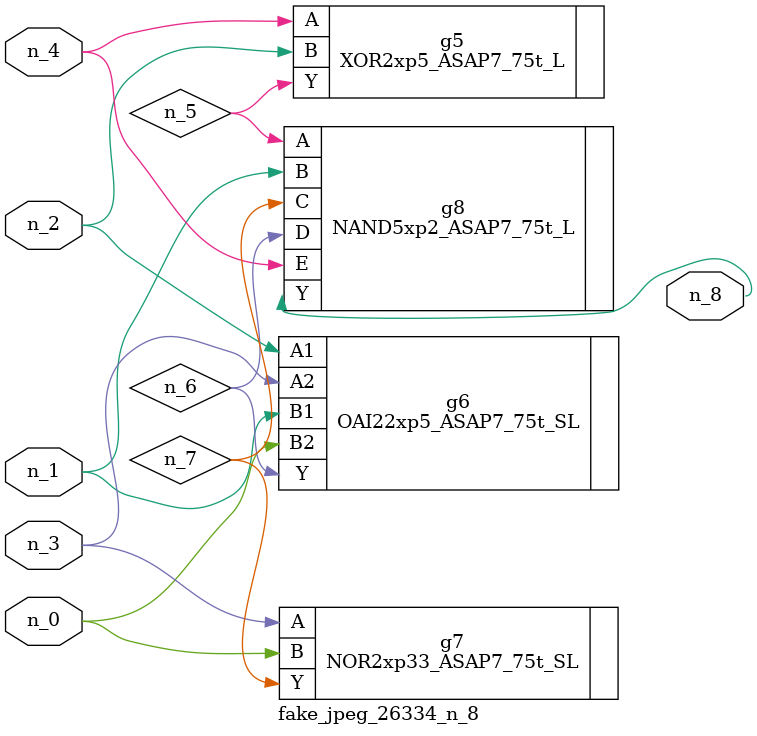
<source format=v>
module fake_jpeg_26334_n_8 (n_3, n_2, n_1, n_0, n_4, n_8);

input n_3;
input n_2;
input n_1;
input n_0;
input n_4;

output n_8;

wire n_6;
wire n_5;
wire n_7;

XOR2xp5_ASAP7_75t_L g5 ( 
.A(n_4),
.B(n_2),
.Y(n_5)
);

OAI22xp5_ASAP7_75t_SL g6 ( 
.A1(n_2),
.A2(n_3),
.B1(n_1),
.B2(n_0),
.Y(n_6)
);

NOR2xp33_ASAP7_75t_SL g7 ( 
.A(n_3),
.B(n_0),
.Y(n_7)
);

NAND5xp2_ASAP7_75t_L g8 ( 
.A(n_5),
.B(n_1),
.C(n_7),
.D(n_6),
.E(n_4),
.Y(n_8)
);


endmodule
</source>
